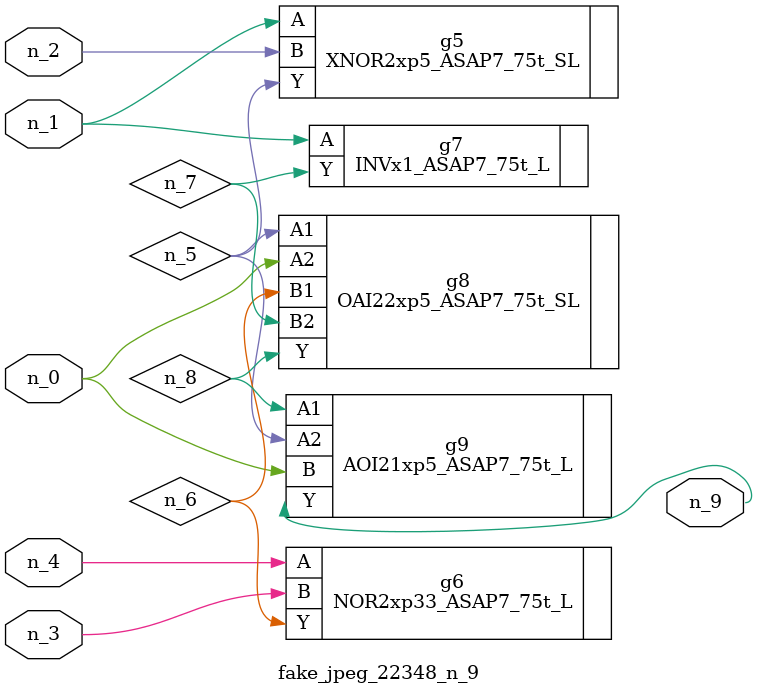
<source format=v>
module fake_jpeg_22348_n_9 (n_3, n_2, n_1, n_0, n_4, n_9);

input n_3;
input n_2;
input n_1;
input n_0;
input n_4;

output n_9;

wire n_8;
wire n_6;
wire n_5;
wire n_7;

XNOR2xp5_ASAP7_75t_SL g5 ( 
.A(n_1),
.B(n_2),
.Y(n_5)
);

NOR2xp33_ASAP7_75t_L g6 ( 
.A(n_4),
.B(n_3),
.Y(n_6)
);

INVx1_ASAP7_75t_L g7 ( 
.A(n_1),
.Y(n_7)
);

OAI22xp5_ASAP7_75t_SL g8 ( 
.A1(n_5),
.A2(n_0),
.B1(n_6),
.B2(n_7),
.Y(n_8)
);

AOI21xp5_ASAP7_75t_L g9 ( 
.A1(n_8),
.A2(n_5),
.B(n_0),
.Y(n_9)
);


endmodule
</source>
